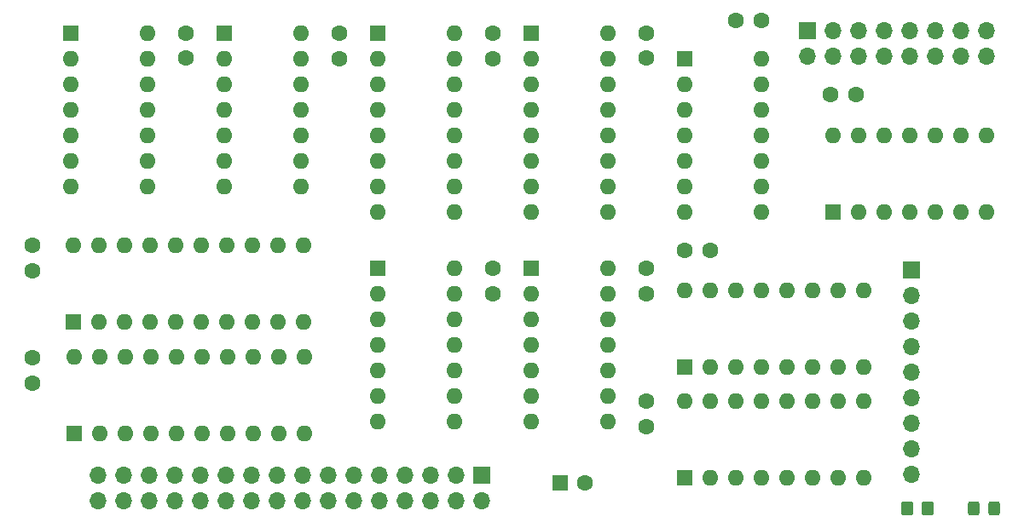
<source format=gbr>
%TF.GenerationSoftware,KiCad,Pcbnew,8.0.5*%
%TF.CreationDate,2024-11-04T18:15:50+01:00*%
%TF.ProjectId,spi master,73706920-6d61-4737-9465-722e6b696361,rev?*%
%TF.SameCoordinates,Original*%
%TF.FileFunction,Soldermask,Top*%
%TF.FilePolarity,Negative*%
%FSLAX46Y46*%
G04 Gerber Fmt 4.6, Leading zero omitted, Abs format (unit mm)*
G04 Created by KiCad (PCBNEW 8.0.5) date 2024-11-04 18:15:50*
%MOMM*%
%LPD*%
G01*
G04 APERTURE LIST*
G04 Aperture macros list*
%AMRoundRect*
0 Rectangle with rounded corners*
0 $1 Rounding radius*
0 $2 $3 $4 $5 $6 $7 $8 $9 X,Y pos of 4 corners*
0 Add a 4 corners polygon primitive as box body*
4,1,4,$2,$3,$4,$5,$6,$7,$8,$9,$2,$3,0*
0 Add four circle primitives for the rounded corners*
1,1,$1+$1,$2,$3*
1,1,$1+$1,$4,$5*
1,1,$1+$1,$6,$7*
1,1,$1+$1,$8,$9*
0 Add four rect primitives between the rounded corners*
20,1,$1+$1,$2,$3,$4,$5,0*
20,1,$1+$1,$4,$5,$6,$7,0*
20,1,$1+$1,$6,$7,$8,$9,0*
20,1,$1+$1,$8,$9,$2,$3,0*%
G04 Aperture macros list end*
%ADD10R,1.700000X1.700000*%
%ADD11O,1.700000X1.700000*%
%ADD12R,1.600000X1.600000*%
%ADD13O,1.600000X1.600000*%
%ADD14C,1.600000*%
%ADD15RoundRect,0.250000X0.325000X0.450000X-0.325000X0.450000X-0.325000X-0.450000X0.325000X-0.450000X0*%
%ADD16RoundRect,0.250000X-0.350000X-0.450000X0.350000X-0.450000X0.350000X0.450000X-0.350000X0.450000X0*%
G04 APERTURE END LIST*
D10*
%TO.C,J2*%
X147231100Y-112522000D03*
D11*
X147231100Y-115062000D03*
X144691100Y-112522000D03*
X144691100Y-115062000D03*
X142151100Y-112522000D03*
X142151100Y-115062000D03*
X139611100Y-112522000D03*
X139611100Y-115062000D03*
X137071100Y-112522000D03*
X137071100Y-115062000D03*
X134531100Y-112522000D03*
X134531100Y-115062000D03*
X131991100Y-112522000D03*
X131991100Y-115062000D03*
X129451100Y-112522000D03*
X129451100Y-115062000D03*
X126911100Y-112522000D03*
X126911100Y-115062000D03*
X124371100Y-112522000D03*
X124371100Y-115062000D03*
X121831100Y-112522000D03*
X121831100Y-115062000D03*
X119291100Y-112522000D03*
X119291100Y-115062000D03*
X116751100Y-112522000D03*
X116751100Y-115062000D03*
X114211100Y-112522000D03*
X114211100Y-115062000D03*
X111671100Y-112522000D03*
X111671100Y-115062000D03*
X109131100Y-112522000D03*
X109131100Y-115062000D03*
%TD*%
D12*
%TO.C,U9*%
X106426000Y-68580000D03*
D13*
X106426000Y-71120000D03*
X106426000Y-73660000D03*
X106426000Y-76200000D03*
X106426000Y-78740000D03*
X106426000Y-81280000D03*
X106426000Y-83820000D03*
X114046000Y-83820000D03*
X114046000Y-81280000D03*
X114046000Y-78740000D03*
X114046000Y-76200000D03*
X114046000Y-73660000D03*
X114046000Y-71120000D03*
X114046000Y-68580000D03*
%TD*%
D12*
%TO.C,U4*%
X136906000Y-91948000D03*
D13*
X136906000Y-94488000D03*
X136906000Y-97028000D03*
X136906000Y-99568000D03*
X136906000Y-102108000D03*
X136906000Y-104648000D03*
X136906000Y-107188000D03*
X144526000Y-107188000D03*
X144526000Y-104648000D03*
X144526000Y-102108000D03*
X144526000Y-99568000D03*
X144526000Y-97028000D03*
X144526000Y-94488000D03*
X144526000Y-91948000D03*
%TD*%
D12*
%TO.C,U7*%
X167376000Y-112776000D03*
D13*
X169916000Y-112776000D03*
X172456000Y-112776000D03*
X174996000Y-112776000D03*
X177536000Y-112776000D03*
X180076000Y-112776000D03*
X182616000Y-112776000D03*
X185156000Y-112776000D03*
X185156000Y-105156000D03*
X182616000Y-105156000D03*
X180076000Y-105156000D03*
X177536000Y-105156000D03*
X174996000Y-105156000D03*
X172456000Y-105156000D03*
X169916000Y-105156000D03*
X167376000Y-105156000D03*
%TD*%
D12*
%TO.C,U8*%
X167376000Y-71115000D03*
D13*
X167376000Y-73655000D03*
X167376000Y-76195000D03*
X167376000Y-78735000D03*
X167376000Y-81275000D03*
X167376000Y-83815000D03*
X167376000Y-86355000D03*
X174996000Y-86355000D03*
X174996000Y-83815000D03*
X174996000Y-81275000D03*
X174996000Y-78735000D03*
X174996000Y-76195000D03*
X174996000Y-73655000D03*
X174996000Y-71115000D03*
%TD*%
D12*
%TO.C,U6*%
X167376000Y-101803200D03*
D13*
X169916000Y-101803200D03*
X172456000Y-101803200D03*
X174996000Y-101803200D03*
X177536000Y-101803200D03*
X180076000Y-101803200D03*
X182616000Y-101803200D03*
X185156000Y-101803200D03*
X185156000Y-94183200D03*
X182616000Y-94183200D03*
X180076000Y-94183200D03*
X177536000Y-94183200D03*
X174996000Y-94183200D03*
X172456000Y-94183200D03*
X169916000Y-94183200D03*
X167376000Y-94183200D03*
%TD*%
D12*
%TO.C,U12*%
X106685000Y-97282000D03*
D13*
X109225000Y-97282000D03*
X111765000Y-97282000D03*
X114305000Y-97282000D03*
X116845000Y-97282000D03*
X119385000Y-97282000D03*
X121925000Y-97282000D03*
X124465000Y-97282000D03*
X127005000Y-97282000D03*
X129545000Y-97282000D03*
X129545000Y-89662000D03*
X127005000Y-89662000D03*
X124465000Y-89662000D03*
X121925000Y-89662000D03*
X119385000Y-89662000D03*
X116845000Y-89662000D03*
X114305000Y-89662000D03*
X111765000Y-89662000D03*
X109225000Y-89662000D03*
X106685000Y-89662000D03*
%TD*%
D12*
%TO.C,U11*%
X106735800Y-108417360D03*
D13*
X109275800Y-108417360D03*
X111815800Y-108417360D03*
X114355800Y-108417360D03*
X116895800Y-108417360D03*
X119435800Y-108417360D03*
X121975800Y-108417360D03*
X124515800Y-108417360D03*
X127055800Y-108417360D03*
X129595800Y-108417360D03*
X129595800Y-100797360D03*
X127055800Y-100797360D03*
X124515800Y-100797360D03*
X121975800Y-100797360D03*
X119435800Y-100797360D03*
X116895800Y-100797360D03*
X114355800Y-100797360D03*
X111815800Y-100797360D03*
X109275800Y-100797360D03*
X106735800Y-100797360D03*
%TD*%
D12*
%TO.C,U3*%
X136896000Y-68570000D03*
D13*
X136896000Y-71110000D03*
X136896000Y-73650000D03*
X136896000Y-76190000D03*
X136896000Y-78730000D03*
X136896000Y-81270000D03*
X136896000Y-83810000D03*
X136896000Y-86350000D03*
X144516000Y-86350000D03*
X144516000Y-83810000D03*
X144516000Y-81270000D03*
X144516000Y-78730000D03*
X144516000Y-76190000D03*
X144516000Y-73650000D03*
X144516000Y-71110000D03*
X144516000Y-68570000D03*
%TD*%
D12*
%TO.C,U10*%
X152136000Y-68570000D03*
D13*
X152136000Y-71110000D03*
X152136000Y-73650000D03*
X152136000Y-76190000D03*
X152136000Y-78730000D03*
X152136000Y-81270000D03*
X152136000Y-83810000D03*
X152136000Y-86350000D03*
X159756000Y-86350000D03*
X159756000Y-83810000D03*
X159756000Y-81270000D03*
X159756000Y-78730000D03*
X159756000Y-76190000D03*
X159756000Y-73650000D03*
X159756000Y-71110000D03*
X159756000Y-68570000D03*
%TD*%
D10*
%TO.C,J5*%
X179578000Y-68326000D03*
D11*
X179578000Y-70866000D03*
X182118000Y-68326000D03*
X182118000Y-70866000D03*
X184658000Y-68326000D03*
X184658000Y-70866000D03*
X187198000Y-68326000D03*
X187198000Y-70866000D03*
X189738000Y-68326000D03*
X189738000Y-70866000D03*
X192278000Y-68326000D03*
X192278000Y-70866000D03*
X194818000Y-68326000D03*
X194818000Y-70866000D03*
X197358000Y-68326000D03*
X197358000Y-70866000D03*
%TD*%
D14*
%TO.C,C5*%
X172486000Y-67310000D03*
X174986000Y-67310000D03*
%TD*%
%TO.C,C4*%
X163566000Y-71080000D03*
X163566000Y-68580000D03*
%TD*%
%TO.C,C11*%
X167406000Y-90170000D03*
X169906000Y-90170000D03*
%TD*%
D12*
%TO.C,U5*%
X152146000Y-91953000D03*
D13*
X152146000Y-94493000D03*
X152146000Y-97033000D03*
X152146000Y-99573000D03*
X152146000Y-102113000D03*
X152146000Y-104653000D03*
X152146000Y-107193000D03*
X159766000Y-107193000D03*
X159766000Y-104653000D03*
X159766000Y-102113000D03*
X159766000Y-99573000D03*
X159766000Y-97033000D03*
X159766000Y-94493000D03*
X159766000Y-91953000D03*
%TD*%
D12*
%TO.C,U1*%
X182118000Y-86360000D03*
D13*
X184658000Y-86360000D03*
X187198000Y-86360000D03*
X189738000Y-86360000D03*
X192278000Y-86360000D03*
X194818000Y-86360000D03*
X197358000Y-86360000D03*
X197358000Y-78740000D03*
X194818000Y-78740000D03*
X192278000Y-78740000D03*
X189738000Y-78740000D03*
X187198000Y-78740000D03*
X184658000Y-78740000D03*
X182118000Y-78740000D03*
%TD*%
D15*
%TO.C,D1*%
X198138000Y-115824000D03*
X196088000Y-115824000D03*
%TD*%
D12*
%TO.C,C13*%
X154980000Y-113284000D03*
D14*
X157480000Y-113284000D03*
%TD*%
%TO.C,C12*%
X163576000Y-107676000D03*
X163576000Y-105176000D03*
%TD*%
%TO.C,C10*%
X163576000Y-94468000D03*
X163576000Y-91968000D03*
%TD*%
%TO.C,C2*%
X133086000Y-71100000D03*
X133086000Y-68600000D03*
%TD*%
%TO.C,C6*%
X181884000Y-74676000D03*
X184384000Y-74676000D03*
%TD*%
%TO.C,C9*%
X148336000Y-94468000D03*
X148336000Y-91968000D03*
%TD*%
D12*
%TO.C,U2*%
X121666000Y-68575000D03*
D13*
X121666000Y-71115000D03*
X121666000Y-73655000D03*
X121666000Y-76195000D03*
X121666000Y-78735000D03*
X121666000Y-81275000D03*
X121666000Y-83815000D03*
X129286000Y-83815000D03*
X129286000Y-81275000D03*
X129286000Y-78735000D03*
X129286000Y-76195000D03*
X129286000Y-73655000D03*
X129286000Y-71115000D03*
X129286000Y-68575000D03*
%TD*%
D16*
%TO.C,R1*%
X189516000Y-115824000D03*
X191516000Y-115824000D03*
%TD*%
D14*
%TO.C,C1*%
X117856000Y-71080000D03*
X117856000Y-68580000D03*
%TD*%
%TO.C,C3*%
X148326000Y-71100000D03*
X148326000Y-68600000D03*
%TD*%
%TO.C,C8*%
X102616000Y-103358000D03*
X102616000Y-100858000D03*
%TD*%
%TO.C,C7*%
X102616000Y-92182000D03*
X102616000Y-89682000D03*
%TD*%
D10*
%TO.C,J1*%
X189910000Y-92162000D03*
D11*
X189910000Y-94702000D03*
X189910000Y-97242000D03*
X189910000Y-99782000D03*
X189910000Y-102322000D03*
X189910000Y-104862000D03*
X189910000Y-107402000D03*
X189910000Y-109942000D03*
X189910000Y-112482000D03*
%TD*%
M02*

</source>
